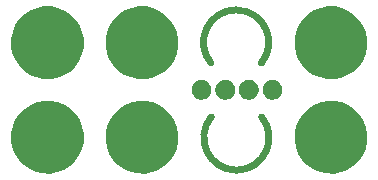
<source format=gbs>
%TF.GenerationSoftware,KiCad,Pcbnew,4.0.7-e2-6376~58~ubuntu16.04.1*%
%TF.CreationDate,2018-02-04T11:51:22-08:00*%
%TF.ProjectId,2x4-Grove-Sensor,3278342D47726F76652D53656E736F72,1.0*%
%TF.FileFunction,Soldermask,Bot*%
%FSLAX46Y46*%
G04 Gerber Fmt 4.6, Leading zero omitted, Abs format (unit mm)*
G04 Created by KiCad (PCBNEW 4.0.7-e2-6376~58~ubuntu16.04.1) date Sun Feb  4 11:51:22 2018*
%MOMM*%
%LPD*%
G01*
G04 APERTURE LIST*
%ADD10C,0.350000*%
%ADD11C,0.600000*%
G04 APERTURE END LIST*
D10*
D11*
X82372161Y-59613847D02*
G75*
G03X86639401Y-59613798I2133640J-1752551D01*
G01*
X86614039Y-55067153D02*
G75*
G03X82346799Y-55067202I-2133640J1752551D01*
G01*
D10*
G36*
X76828910Y-58266847D02*
X77419855Y-58388151D01*
X77975998Y-58621932D01*
X78476134Y-58959278D01*
X78901221Y-59387343D01*
X79235066Y-59889821D01*
X79464956Y-60447576D01*
X79582064Y-61039014D01*
X79582064Y-61039024D01*
X79582131Y-61039363D01*
X79572510Y-61728416D01*
X79572433Y-61728754D01*
X79572433Y-61728762D01*
X79438857Y-62316701D01*
X79193485Y-62867816D01*
X78845737Y-63360778D01*
X78408862Y-63776809D01*
X77899500Y-64100061D01*
X77337054Y-64318219D01*
X76742947Y-64422976D01*
X76139803Y-64410342D01*
X75550600Y-64280797D01*
X74997782Y-64039277D01*
X74502407Y-63694982D01*
X74083337Y-63261023D01*
X73756538Y-62753930D01*
X73534456Y-62193014D01*
X73425555Y-61599658D01*
X73433977Y-60996441D01*
X73559406Y-60406347D01*
X73797059Y-59851858D01*
X74137891Y-59354088D01*
X74568912Y-58932000D01*
X75073713Y-58601668D01*
X75633059Y-58375677D01*
X76225645Y-58262636D01*
X76828910Y-58266847D01*
X76828910Y-58266847D01*
G37*
G36*
X92828910Y-58266847D02*
X93419855Y-58388151D01*
X93975998Y-58621932D01*
X94476134Y-58959278D01*
X94901221Y-59387343D01*
X95235066Y-59889821D01*
X95464956Y-60447576D01*
X95582064Y-61039014D01*
X95582064Y-61039024D01*
X95582131Y-61039363D01*
X95572510Y-61728416D01*
X95572433Y-61728754D01*
X95572433Y-61728762D01*
X95438857Y-62316701D01*
X95193485Y-62867816D01*
X94845737Y-63360778D01*
X94408862Y-63776809D01*
X93899500Y-64100061D01*
X93337054Y-64318219D01*
X92742947Y-64422976D01*
X92139803Y-64410342D01*
X91550600Y-64280797D01*
X90997782Y-64039277D01*
X90502407Y-63694982D01*
X90083337Y-63261023D01*
X89756538Y-62753930D01*
X89534456Y-62193014D01*
X89425555Y-61599658D01*
X89433977Y-60996441D01*
X89559406Y-60406347D01*
X89797059Y-59851858D01*
X90137891Y-59354088D01*
X90568912Y-58932000D01*
X91073713Y-58601668D01*
X91633059Y-58375677D01*
X92225645Y-58262636D01*
X92828910Y-58266847D01*
X92828910Y-58266847D01*
G37*
G36*
X68828910Y-58266847D02*
X69419855Y-58388151D01*
X69975998Y-58621932D01*
X70476134Y-58959278D01*
X70901221Y-59387343D01*
X71235066Y-59889821D01*
X71464956Y-60447576D01*
X71582064Y-61039014D01*
X71582064Y-61039024D01*
X71582131Y-61039363D01*
X71572510Y-61728416D01*
X71572433Y-61728754D01*
X71572433Y-61728762D01*
X71438857Y-62316701D01*
X71193485Y-62867816D01*
X70845737Y-63360778D01*
X70408862Y-63776809D01*
X69899500Y-64100061D01*
X69337054Y-64318219D01*
X68742947Y-64422976D01*
X68139803Y-64410342D01*
X67550600Y-64280797D01*
X66997782Y-64039277D01*
X66502407Y-63694982D01*
X66083337Y-63261023D01*
X65756538Y-62753930D01*
X65534456Y-62193014D01*
X65425555Y-61599658D01*
X65433977Y-60996441D01*
X65559406Y-60406347D01*
X65797059Y-59851858D01*
X66137891Y-59354088D01*
X66568912Y-58932000D01*
X67073713Y-58601668D01*
X67633059Y-58375677D01*
X68225645Y-58262636D01*
X68828910Y-58266847D01*
X68828910Y-58266847D01*
G37*
G36*
X81641843Y-56490157D02*
X81802858Y-56523209D01*
X81954401Y-56586911D01*
X82090673Y-56678829D01*
X82206506Y-56795472D01*
X82297468Y-56932382D01*
X82360110Y-57084363D01*
X82391968Y-57245256D01*
X82391968Y-57245266D01*
X82392036Y-57245610D01*
X82389415Y-57433363D01*
X82389337Y-57433706D01*
X82389337Y-57433709D01*
X82352997Y-57593661D01*
X82286140Y-57743825D01*
X82191384Y-57878147D01*
X82072345Y-57991508D01*
X81933553Y-58079588D01*
X81780299Y-58139031D01*
X81618419Y-58167575D01*
X81454073Y-58164132D01*
X81293528Y-58128835D01*
X81142894Y-58063024D01*
X81007918Y-57969213D01*
X80893730Y-57850968D01*
X80804683Y-57712794D01*
X80744169Y-57559953D01*
X80714497Y-57398281D01*
X80716791Y-57233916D01*
X80750969Y-57073126D01*
X80815723Y-56922040D01*
X80908594Y-56786407D01*
X81026037Y-56671398D01*
X81163586Y-56581388D01*
X81315997Y-56519810D01*
X81477462Y-56489009D01*
X81641843Y-56490157D01*
X81641843Y-56490157D01*
G37*
G36*
X83641843Y-56490157D02*
X83802858Y-56523209D01*
X83954401Y-56586911D01*
X84090673Y-56678829D01*
X84206506Y-56795472D01*
X84297468Y-56932382D01*
X84360110Y-57084363D01*
X84391968Y-57245256D01*
X84391968Y-57245266D01*
X84392036Y-57245610D01*
X84389415Y-57433363D01*
X84389337Y-57433706D01*
X84389337Y-57433709D01*
X84352997Y-57593661D01*
X84286140Y-57743825D01*
X84191384Y-57878147D01*
X84072345Y-57991508D01*
X83933553Y-58079588D01*
X83780299Y-58139031D01*
X83618419Y-58167575D01*
X83454073Y-58164132D01*
X83293528Y-58128835D01*
X83142894Y-58063024D01*
X83007918Y-57969213D01*
X82893730Y-57850968D01*
X82804683Y-57712794D01*
X82744169Y-57559953D01*
X82714497Y-57398281D01*
X82716791Y-57233916D01*
X82750969Y-57073126D01*
X82815723Y-56922040D01*
X82908594Y-56786407D01*
X83026037Y-56671398D01*
X83163586Y-56581388D01*
X83315997Y-56519810D01*
X83477462Y-56489009D01*
X83641843Y-56490157D01*
X83641843Y-56490157D01*
G37*
G36*
X85641843Y-56490157D02*
X85802858Y-56523209D01*
X85954401Y-56586911D01*
X86090673Y-56678829D01*
X86206506Y-56795472D01*
X86297468Y-56932382D01*
X86360110Y-57084363D01*
X86391968Y-57245256D01*
X86391968Y-57245266D01*
X86392036Y-57245610D01*
X86389415Y-57433363D01*
X86389337Y-57433706D01*
X86389337Y-57433709D01*
X86352997Y-57593661D01*
X86286140Y-57743825D01*
X86191384Y-57878147D01*
X86072345Y-57991508D01*
X85933553Y-58079588D01*
X85780299Y-58139031D01*
X85618419Y-58167575D01*
X85454073Y-58164132D01*
X85293528Y-58128835D01*
X85142894Y-58063024D01*
X85007918Y-57969213D01*
X84893730Y-57850968D01*
X84804683Y-57712794D01*
X84744169Y-57559953D01*
X84714497Y-57398281D01*
X84716791Y-57233916D01*
X84750969Y-57073126D01*
X84815723Y-56922040D01*
X84908594Y-56786407D01*
X85026037Y-56671398D01*
X85163586Y-56581388D01*
X85315997Y-56519810D01*
X85477462Y-56489009D01*
X85641843Y-56490157D01*
X85641843Y-56490157D01*
G37*
G36*
X87641843Y-56490157D02*
X87802858Y-56523209D01*
X87954401Y-56586911D01*
X88090673Y-56678829D01*
X88206506Y-56795472D01*
X88297468Y-56932382D01*
X88360110Y-57084363D01*
X88391968Y-57245256D01*
X88391968Y-57245266D01*
X88392036Y-57245610D01*
X88389415Y-57433363D01*
X88389337Y-57433706D01*
X88389337Y-57433709D01*
X88352997Y-57593661D01*
X88286140Y-57743825D01*
X88191384Y-57878147D01*
X88072345Y-57991508D01*
X87933553Y-58079588D01*
X87780299Y-58139031D01*
X87618419Y-58167575D01*
X87454073Y-58164132D01*
X87293528Y-58128835D01*
X87142894Y-58063024D01*
X87007918Y-57969213D01*
X86893730Y-57850968D01*
X86804683Y-57712794D01*
X86744169Y-57559953D01*
X86714497Y-57398281D01*
X86716791Y-57233916D01*
X86750969Y-57073126D01*
X86815723Y-56922040D01*
X86908594Y-56786407D01*
X87026037Y-56671398D01*
X87163586Y-56581388D01*
X87315997Y-56519810D01*
X87477462Y-56489009D01*
X87641843Y-56490157D01*
X87641843Y-56490157D01*
G37*
G36*
X92828910Y-50266847D02*
X93419855Y-50388151D01*
X93975998Y-50621932D01*
X94476134Y-50959278D01*
X94901221Y-51387343D01*
X95235066Y-51889821D01*
X95464956Y-52447576D01*
X95582064Y-53039014D01*
X95582064Y-53039024D01*
X95582131Y-53039363D01*
X95572510Y-53728416D01*
X95572433Y-53728754D01*
X95572433Y-53728762D01*
X95438857Y-54316701D01*
X95193485Y-54867816D01*
X94845737Y-55360778D01*
X94408862Y-55776809D01*
X93899500Y-56100061D01*
X93337054Y-56318219D01*
X92742947Y-56422976D01*
X92139803Y-56410342D01*
X91550600Y-56280797D01*
X90997782Y-56039277D01*
X90502407Y-55694982D01*
X90083337Y-55261023D01*
X89756538Y-54753930D01*
X89534456Y-54193014D01*
X89425555Y-53599658D01*
X89433977Y-52996441D01*
X89559406Y-52406347D01*
X89797059Y-51851858D01*
X90137891Y-51354088D01*
X90568912Y-50932000D01*
X91073713Y-50601668D01*
X91633059Y-50375677D01*
X92225645Y-50262636D01*
X92828910Y-50266847D01*
X92828910Y-50266847D01*
G37*
G36*
X76828910Y-50266847D02*
X77419855Y-50388151D01*
X77975998Y-50621932D01*
X78476134Y-50959278D01*
X78901221Y-51387343D01*
X79235066Y-51889821D01*
X79464956Y-52447576D01*
X79582064Y-53039014D01*
X79582064Y-53039024D01*
X79582131Y-53039363D01*
X79572510Y-53728416D01*
X79572433Y-53728754D01*
X79572433Y-53728762D01*
X79438857Y-54316701D01*
X79193485Y-54867816D01*
X78845737Y-55360778D01*
X78408862Y-55776809D01*
X77899500Y-56100061D01*
X77337054Y-56318219D01*
X76742947Y-56422976D01*
X76139803Y-56410342D01*
X75550600Y-56280797D01*
X74997782Y-56039277D01*
X74502407Y-55694982D01*
X74083337Y-55261023D01*
X73756538Y-54753930D01*
X73534456Y-54193014D01*
X73425555Y-53599658D01*
X73433977Y-52996441D01*
X73559406Y-52406347D01*
X73797059Y-51851858D01*
X74137891Y-51354088D01*
X74568912Y-50932000D01*
X75073713Y-50601668D01*
X75633059Y-50375677D01*
X76225645Y-50262636D01*
X76828910Y-50266847D01*
X76828910Y-50266847D01*
G37*
G36*
X68828910Y-50266847D02*
X69419855Y-50388151D01*
X69975998Y-50621932D01*
X70476134Y-50959278D01*
X70901221Y-51387343D01*
X71235066Y-51889821D01*
X71464956Y-52447576D01*
X71582064Y-53039014D01*
X71582064Y-53039024D01*
X71582131Y-53039363D01*
X71572510Y-53728416D01*
X71572433Y-53728754D01*
X71572433Y-53728762D01*
X71438857Y-54316701D01*
X71193485Y-54867816D01*
X70845737Y-55360778D01*
X70408862Y-55776809D01*
X69899500Y-56100061D01*
X69337054Y-56318219D01*
X68742947Y-56422976D01*
X68139803Y-56410342D01*
X67550600Y-56280797D01*
X66997782Y-56039277D01*
X66502407Y-55694982D01*
X66083337Y-55261023D01*
X65756538Y-54753930D01*
X65534456Y-54193014D01*
X65425555Y-53599658D01*
X65433977Y-52996441D01*
X65559406Y-52406347D01*
X65797059Y-51851858D01*
X66137891Y-51354088D01*
X66568912Y-50932000D01*
X67073713Y-50601668D01*
X67633059Y-50375677D01*
X68225645Y-50262636D01*
X68828910Y-50266847D01*
X68828910Y-50266847D01*
G37*
M02*

</source>
